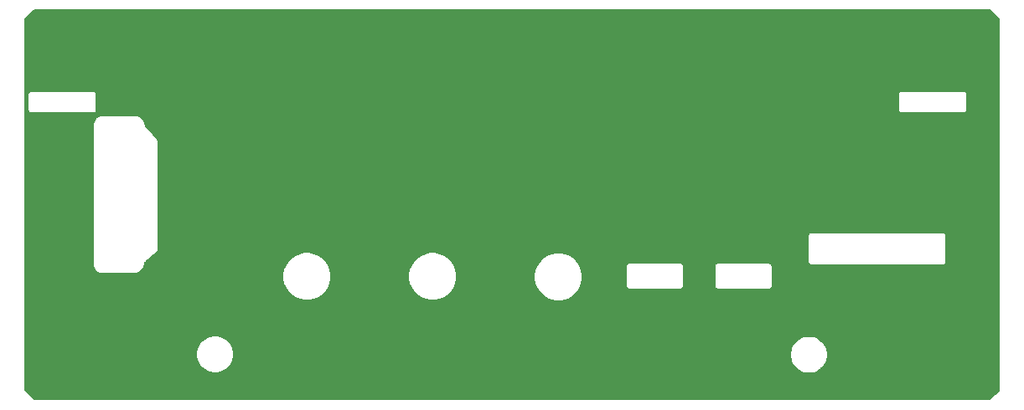
<source format=gbr>
%TF.GenerationSoftware,KiCad,Pcbnew,(5.1.12)-1*%
%TF.CreationDate,2022-02-28T21:35:26+00:00*%
%TF.ProjectId,RGBtoHDMI CDTV v2 - Face Plate - Lite,52474274-6f48-4444-9d49-204344545620,1*%
%TF.SameCoordinates,Original*%
%TF.FileFunction,Copper,L2,Bot*%
%TF.FilePolarity,Positive*%
%FSLAX46Y46*%
G04 Gerber Fmt 4.6, Leading zero omitted, Abs format (unit mm)*
G04 Created by KiCad (PCBNEW (5.1.12)-1) date 2022-02-28 21:35:26*
%MOMM*%
%LPD*%
G01*
G04 APERTURE LIST*
%TA.AperFunction,NonConductor*%
%ADD10C,0.200000*%
%TD*%
%TA.AperFunction,NonConductor*%
%ADD11C,0.100000*%
%TD*%
G04 APERTURE END LIST*
D10*
X168673900Y-61243729D02*
X168673901Y-98782367D01*
X167749971Y-99674800D01*
X71219832Y-99674800D01*
X70327400Y-98750871D01*
X70327400Y-94948566D01*
X87609600Y-94948566D01*
X87609600Y-95322834D01*
X87682616Y-95689909D01*
X87825842Y-96035687D01*
X88033774Y-96346879D01*
X88298421Y-96611526D01*
X88609613Y-96819458D01*
X88955391Y-96962684D01*
X89322466Y-97035700D01*
X89696734Y-97035700D01*
X90063809Y-96962684D01*
X90409587Y-96819458D01*
X90720779Y-96611526D01*
X90985426Y-96346879D01*
X91193358Y-96035687D01*
X91336584Y-95689909D01*
X91409600Y-95322834D01*
X91409600Y-94986666D01*
X147579000Y-94986666D01*
X147579000Y-95360934D01*
X147652016Y-95728009D01*
X147795242Y-96073787D01*
X148003174Y-96384979D01*
X148267821Y-96649626D01*
X148579013Y-96857558D01*
X148924791Y-97000784D01*
X149291866Y-97073800D01*
X149666134Y-97073800D01*
X150033209Y-97000784D01*
X150378987Y-96857558D01*
X150690179Y-96649626D01*
X150954826Y-96384979D01*
X151162758Y-96073787D01*
X151305984Y-95728009D01*
X151379000Y-95360934D01*
X151379000Y-94986666D01*
X151305984Y-94619591D01*
X151162758Y-94273813D01*
X150954826Y-93962621D01*
X150690179Y-93697974D01*
X150378987Y-93490042D01*
X150033209Y-93346816D01*
X149666134Y-93273800D01*
X149291866Y-93273800D01*
X148924791Y-93346816D01*
X148579013Y-93490042D01*
X148267821Y-93697974D01*
X148003174Y-93962621D01*
X147795242Y-94273813D01*
X147652016Y-94619591D01*
X147579000Y-94986666D01*
X91409600Y-94986666D01*
X91409600Y-94948566D01*
X91336584Y-94581491D01*
X91193358Y-94235713D01*
X90985426Y-93924521D01*
X90720779Y-93659874D01*
X90409587Y-93451942D01*
X90063809Y-93308716D01*
X89696734Y-93235700D01*
X89322466Y-93235700D01*
X88955391Y-93308716D01*
X88609613Y-93451942D01*
X88298421Y-93659874D01*
X88033774Y-93924521D01*
X87825842Y-94235713D01*
X87682616Y-94581491D01*
X87609600Y-94948566D01*
X70327400Y-94948566D01*
X70327400Y-87007696D01*
X96324000Y-87007696D01*
X96324000Y-87490304D01*
X96418152Y-87963639D01*
X96602838Y-88409510D01*
X96870960Y-88810784D01*
X97212216Y-89152040D01*
X97613490Y-89420162D01*
X98059361Y-89604848D01*
X98532696Y-89699000D01*
X99015304Y-89699000D01*
X99488639Y-89604848D01*
X99934510Y-89420162D01*
X100335784Y-89152040D01*
X100677040Y-88810784D01*
X100945162Y-88409510D01*
X101129848Y-87963639D01*
X101224000Y-87490304D01*
X101224000Y-87007696D01*
X109024000Y-87007696D01*
X109024000Y-87490304D01*
X109118152Y-87963639D01*
X109302838Y-88409510D01*
X109570960Y-88810784D01*
X109912216Y-89152040D01*
X110313490Y-89420162D01*
X110759361Y-89604848D01*
X111232696Y-89699000D01*
X111715304Y-89699000D01*
X112188639Y-89604848D01*
X112634510Y-89420162D01*
X113035784Y-89152040D01*
X113377040Y-88810784D01*
X113645162Y-88409510D01*
X113829848Y-87963639D01*
X113924000Y-87490304D01*
X113924000Y-87058496D01*
X121724000Y-87058496D01*
X121724000Y-87541104D01*
X121818152Y-88014439D01*
X122002838Y-88460310D01*
X122270960Y-88861584D01*
X122612216Y-89202840D01*
X123013490Y-89470962D01*
X123459361Y-89655648D01*
X123932696Y-89749800D01*
X124415304Y-89749800D01*
X124888639Y-89655648D01*
X125334510Y-89470962D01*
X125735784Y-89202840D01*
X126077040Y-88861584D01*
X126345162Y-88460310D01*
X126529848Y-88014439D01*
X126624000Y-87541104D01*
X126624000Y-87058496D01*
X126529848Y-86585161D01*
X126373457Y-86207600D01*
X131016828Y-86207600D01*
X131018400Y-86223561D01*
X131018401Y-88198229D01*
X131016828Y-88214200D01*
X131023103Y-88277911D01*
X131041687Y-88339174D01*
X131071865Y-88395634D01*
X131112479Y-88445121D01*
X131161966Y-88485735D01*
X131218426Y-88515913D01*
X131279689Y-88534497D01*
X131327439Y-88539200D01*
X131327440Y-88539200D01*
X131343400Y-88540772D01*
X131359361Y-88539200D01*
X136509039Y-88539200D01*
X136525000Y-88540772D01*
X136540960Y-88539200D01*
X136540961Y-88539200D01*
X136588711Y-88534497D01*
X136649974Y-88515913D01*
X136706434Y-88485735D01*
X136755921Y-88445121D01*
X136796535Y-88395634D01*
X136826713Y-88339174D01*
X136845297Y-88277911D01*
X136851572Y-88214200D01*
X136850000Y-88198239D01*
X136850000Y-86223561D01*
X136850321Y-86220300D01*
X139957628Y-86220300D01*
X139959200Y-86236261D01*
X139959201Y-88210929D01*
X139957628Y-88226900D01*
X139963903Y-88290611D01*
X139982487Y-88351874D01*
X140012665Y-88408334D01*
X140053279Y-88457821D01*
X140102766Y-88498435D01*
X140159226Y-88528613D01*
X140220489Y-88547197D01*
X140268239Y-88551900D01*
X140268240Y-88551900D01*
X140284200Y-88553472D01*
X140300161Y-88551900D01*
X145449839Y-88551900D01*
X145465800Y-88553472D01*
X145481760Y-88551900D01*
X145481761Y-88551900D01*
X145529511Y-88547197D01*
X145590774Y-88528613D01*
X145647234Y-88498435D01*
X145696721Y-88457821D01*
X145737335Y-88408334D01*
X145767513Y-88351874D01*
X145786097Y-88290611D01*
X145792372Y-88226900D01*
X145790800Y-88210939D01*
X145790800Y-86236261D01*
X145792372Y-86220300D01*
X145786097Y-86156589D01*
X145767513Y-86095326D01*
X145737335Y-86038866D01*
X145696721Y-85989379D01*
X145647234Y-85948765D01*
X145590774Y-85918587D01*
X145529511Y-85900003D01*
X145481761Y-85895300D01*
X145465800Y-85893728D01*
X145449840Y-85895300D01*
X140300160Y-85895300D01*
X140284200Y-85893728D01*
X140268239Y-85895300D01*
X140220489Y-85900003D01*
X140159226Y-85918587D01*
X140102766Y-85948765D01*
X140053279Y-85989379D01*
X140012665Y-86038866D01*
X139982487Y-86095326D01*
X139963903Y-86156589D01*
X139957628Y-86220300D01*
X136850321Y-86220300D01*
X136851572Y-86207600D01*
X136845297Y-86143889D01*
X136826713Y-86082626D01*
X136796535Y-86026166D01*
X136755921Y-85976679D01*
X136706434Y-85936065D01*
X136649974Y-85905887D01*
X136588711Y-85887303D01*
X136540961Y-85882600D01*
X136525000Y-85881028D01*
X136509040Y-85882600D01*
X131359360Y-85882600D01*
X131343400Y-85881028D01*
X131327439Y-85882600D01*
X131279689Y-85887303D01*
X131218426Y-85905887D01*
X131161966Y-85936065D01*
X131112479Y-85976679D01*
X131071865Y-86026166D01*
X131041687Y-86082626D01*
X131023103Y-86143889D01*
X131016828Y-86207600D01*
X126373457Y-86207600D01*
X126345162Y-86139290D01*
X126077040Y-85738016D01*
X125735784Y-85396760D01*
X125334510Y-85128638D01*
X124888639Y-84943952D01*
X124415304Y-84849800D01*
X123932696Y-84849800D01*
X123459361Y-84943952D01*
X123013490Y-85128638D01*
X122612216Y-85396760D01*
X122270960Y-85738016D01*
X122002838Y-86139290D01*
X121818152Y-86585161D01*
X121724000Y-87058496D01*
X113924000Y-87058496D01*
X113924000Y-87007696D01*
X113829848Y-86534361D01*
X113645162Y-86088490D01*
X113377040Y-85687216D01*
X113035784Y-85345960D01*
X112634510Y-85077838D01*
X112188639Y-84893152D01*
X111715304Y-84799000D01*
X111232696Y-84799000D01*
X110759361Y-84893152D01*
X110313490Y-85077838D01*
X109912216Y-85345960D01*
X109570960Y-85687216D01*
X109302838Y-86088490D01*
X109118152Y-86534361D01*
X109024000Y-87007696D01*
X101224000Y-87007696D01*
X101129848Y-86534361D01*
X100945162Y-86088490D01*
X100677040Y-85687216D01*
X100335784Y-85345960D01*
X99934510Y-85077838D01*
X99488639Y-84893152D01*
X99015304Y-84799000D01*
X98532696Y-84799000D01*
X98059361Y-84893152D01*
X97613490Y-85077838D01*
X97212216Y-85345960D01*
X96870960Y-85687216D01*
X96602838Y-86088490D01*
X96418152Y-86534361D01*
X96324000Y-87007696D01*
X70327400Y-87007696D01*
X70327400Y-86045760D01*
X77145000Y-86045760D01*
X77146380Y-86059774D01*
X77146353Y-86063690D01*
X77146796Y-86068207D01*
X77159751Y-86191458D01*
X77165671Y-86220296D01*
X77171193Y-86249244D01*
X77172504Y-86253589D01*
X77209151Y-86371976D01*
X77220575Y-86399152D01*
X77231601Y-86426442D01*
X77233731Y-86430449D01*
X77292675Y-86539464D01*
X77309152Y-86563892D01*
X77325276Y-86588532D01*
X77328144Y-86592049D01*
X77407140Y-86687539D01*
X77428031Y-86708285D01*
X77448650Y-86729340D01*
X77452147Y-86732233D01*
X77548185Y-86810561D01*
X77572719Y-86826861D01*
X77597025Y-86843504D01*
X77601017Y-86845663D01*
X77710441Y-86903845D01*
X77737681Y-86915072D01*
X77764749Y-86926673D01*
X77769084Y-86928016D01*
X77887725Y-86963836D01*
X77916646Y-86969562D01*
X77945435Y-86975681D01*
X77949948Y-86976156D01*
X78073286Y-86988249D01*
X78073292Y-86988249D01*
X78089039Y-86989800D01*
X81295961Y-86989800D01*
X81300251Y-86989377D01*
X81327838Y-86988646D01*
X81345626Y-86986424D01*
X81363534Y-86985725D01*
X81368026Y-86985075D01*
X81510914Y-86963373D01*
X81539448Y-86956133D01*
X81568115Y-86949285D01*
X81572394Y-86947775D01*
X81708345Y-86898733D01*
X81734937Y-86886085D01*
X81761722Y-86873802D01*
X81765627Y-86871489D01*
X81889463Y-86796974D01*
X81913098Y-86779397D01*
X81936979Y-86762151D01*
X81940361Y-86759124D01*
X82047365Y-86661975D01*
X82067124Y-86640156D01*
X82087212Y-86618586D01*
X82089941Y-86614960D01*
X82173329Y-86502530D01*
X82190250Y-86481014D01*
X82211983Y-86438237D01*
X82380563Y-86006030D01*
X82383924Y-85994058D01*
X82410420Y-85906903D01*
X82439940Y-85851639D01*
X82484233Y-85797543D01*
X82517093Y-85767925D01*
X83650621Y-84752560D01*
X83669921Y-84736721D01*
X83684565Y-84718878D01*
X83700163Y-84701869D01*
X83704829Y-84694187D01*
X83710535Y-84687234D01*
X83721419Y-84666871D01*
X83733396Y-84647151D01*
X83736474Y-84638704D01*
X83740713Y-84630774D01*
X83747411Y-84608692D01*
X83755316Y-84587002D01*
X83756687Y-84578114D01*
X83759297Y-84569511D01*
X83761561Y-84546529D01*
X83765078Y-84523731D01*
X83764000Y-84498804D01*
X83764000Y-83108800D01*
X149406428Y-83108800D01*
X149408000Y-83124761D01*
X149408001Y-85759829D01*
X149406428Y-85775800D01*
X149412703Y-85839511D01*
X149431287Y-85900774D01*
X149461465Y-85957234D01*
X149502079Y-86006721D01*
X149551566Y-86047335D01*
X149608026Y-86077513D01*
X149669289Y-86096097D01*
X149717039Y-86100800D01*
X149717040Y-86100800D01*
X149733000Y-86102372D01*
X149748961Y-86100800D01*
X163052040Y-86100800D01*
X163068000Y-86102372D01*
X163113111Y-86097929D01*
X163131711Y-86096097D01*
X163192974Y-86077513D01*
X163249434Y-86047335D01*
X163298921Y-86006721D01*
X163339535Y-85957234D01*
X163369713Y-85900774D01*
X163388297Y-85839511D01*
X163394572Y-85775800D01*
X163393000Y-85759839D01*
X163393000Y-83124761D01*
X163394572Y-83108800D01*
X163388297Y-83045089D01*
X163369713Y-82983826D01*
X163339535Y-82927366D01*
X163298921Y-82877879D01*
X163249434Y-82837265D01*
X163192974Y-82807087D01*
X163131711Y-82788503D01*
X163083961Y-82783800D01*
X163083960Y-82783800D01*
X163068000Y-82782228D01*
X163052039Y-82783800D01*
X149748960Y-82783800D01*
X149733000Y-82782228D01*
X149717039Y-82783800D01*
X149669289Y-82788503D01*
X149608026Y-82807087D01*
X149551566Y-82837265D01*
X149502079Y-82877879D01*
X149461465Y-82927366D01*
X149431287Y-82983826D01*
X149412703Y-83045089D01*
X149406428Y-83108800D01*
X83764000Y-83108800D01*
X83764000Y-73609963D01*
X83764933Y-73604207D01*
X83764000Y-73578038D01*
X83764000Y-73567839D01*
X83763430Y-73562053D01*
X83762652Y-73540228D01*
X83760300Y-73530272D01*
X83759297Y-73520089D01*
X83752956Y-73499185D01*
X83747933Y-73477924D01*
X83743683Y-73468617D01*
X83740713Y-73458826D01*
X83730412Y-73439553D01*
X83721341Y-73419689D01*
X83715361Y-73411395D01*
X83710535Y-73402366D01*
X83696676Y-73385479D01*
X83693280Y-73380769D01*
X83686538Y-73373127D01*
X83669921Y-73352879D01*
X83665413Y-73349179D01*
X82659844Y-72209280D01*
X82651539Y-72201547D01*
X82587445Y-72138400D01*
X82552205Y-72086598D01*
X82524857Y-72022252D01*
X82520823Y-72006508D01*
X82520533Y-72002765D01*
X82507563Y-71956570D01*
X82338983Y-71524363D01*
X82317250Y-71481586D01*
X82307474Y-71469156D01*
X82295087Y-71449697D01*
X82284026Y-71435580D01*
X82274212Y-71420584D01*
X82271344Y-71417067D01*
X82179219Y-71305708D01*
X82158327Y-71284962D01*
X82137710Y-71263909D01*
X82134214Y-71261016D01*
X82022215Y-71169671D01*
X81997678Y-71153369D01*
X81973373Y-71136727D01*
X81969381Y-71134569D01*
X81841771Y-71066718D01*
X81814553Y-71055499D01*
X81787466Y-71043890D01*
X81783131Y-71042548D01*
X81644773Y-71000775D01*
X81615891Y-70995056D01*
X81587064Y-70988929D01*
X81582551Y-70988454D01*
X81438714Y-70974351D01*
X81438708Y-70974351D01*
X81422961Y-70972800D01*
X78089039Y-70972800D01*
X78075025Y-70974180D01*
X78071110Y-70974153D01*
X78066593Y-70974596D01*
X77943342Y-70987551D01*
X77914510Y-70993470D01*
X77885556Y-70998993D01*
X77881211Y-71000304D01*
X77762823Y-71036951D01*
X77735634Y-71048380D01*
X77708358Y-71059401D01*
X77704350Y-71061531D01*
X77595336Y-71120475D01*
X77570926Y-71136940D01*
X77546267Y-71153076D01*
X77542750Y-71155944D01*
X77447261Y-71234940D01*
X77426515Y-71255831D01*
X77405459Y-71276451D01*
X77402566Y-71279947D01*
X77324239Y-71375986D01*
X77307939Y-71400520D01*
X77291296Y-71424826D01*
X77289137Y-71428818D01*
X77230955Y-71538241D01*
X77219736Y-71565463D01*
X77208126Y-71592550D01*
X77206784Y-71596885D01*
X77170964Y-71715525D01*
X77165237Y-71744453D01*
X77159119Y-71773235D01*
X77158644Y-71777748D01*
X77146551Y-71901087D01*
X77146551Y-71901102D01*
X77145001Y-71916839D01*
X77145000Y-86045760D01*
X70327400Y-86045760D01*
X70327400Y-68808600D01*
X70590228Y-68808600D01*
X70591800Y-68824561D01*
X70591801Y-70392829D01*
X70590228Y-70408800D01*
X70596503Y-70472511D01*
X70615087Y-70533774D01*
X70645265Y-70590234D01*
X70685879Y-70639721D01*
X70735366Y-70680335D01*
X70791826Y-70710513D01*
X70853089Y-70729097D01*
X70900839Y-70733800D01*
X70900840Y-70733800D01*
X70916800Y-70735372D01*
X70932761Y-70733800D01*
X77200039Y-70733800D01*
X77216000Y-70735372D01*
X77231960Y-70733800D01*
X77231961Y-70733800D01*
X77279711Y-70729097D01*
X77340974Y-70710513D01*
X77397434Y-70680335D01*
X77446921Y-70639721D01*
X77487535Y-70590234D01*
X77517713Y-70533774D01*
X77536297Y-70472511D01*
X77542572Y-70408800D01*
X77541000Y-70392839D01*
X77541000Y-68824561D01*
X77542572Y-68808600D01*
X77541322Y-68795900D01*
X158525028Y-68795900D01*
X158526600Y-68811861D01*
X158526601Y-70380129D01*
X158525028Y-70396100D01*
X158531303Y-70459811D01*
X158549887Y-70521074D01*
X158580065Y-70577534D01*
X158620679Y-70627021D01*
X158670166Y-70667635D01*
X158726626Y-70697813D01*
X158787889Y-70716397D01*
X158835639Y-70721100D01*
X158835640Y-70721100D01*
X158851600Y-70722672D01*
X158867561Y-70721100D01*
X165134839Y-70721100D01*
X165150800Y-70722672D01*
X165166760Y-70721100D01*
X165166761Y-70721100D01*
X165214511Y-70716397D01*
X165275774Y-70697813D01*
X165332234Y-70667635D01*
X165381721Y-70627021D01*
X165422335Y-70577534D01*
X165452513Y-70521074D01*
X165471097Y-70459811D01*
X165477372Y-70396100D01*
X165475800Y-70380139D01*
X165475800Y-68811861D01*
X165477372Y-68795900D01*
X165471097Y-68732189D01*
X165452513Y-68670926D01*
X165422335Y-68614466D01*
X165381721Y-68564979D01*
X165332234Y-68524365D01*
X165275774Y-68494187D01*
X165214511Y-68475603D01*
X165166761Y-68470900D01*
X165150800Y-68469328D01*
X165134840Y-68470900D01*
X158867560Y-68470900D01*
X158851600Y-68469328D01*
X158835639Y-68470900D01*
X158787889Y-68475603D01*
X158726626Y-68494187D01*
X158670166Y-68524365D01*
X158620679Y-68564979D01*
X158580065Y-68614466D01*
X158549887Y-68670926D01*
X158531303Y-68732189D01*
X158525028Y-68795900D01*
X77541322Y-68795900D01*
X77536297Y-68744889D01*
X77517713Y-68683626D01*
X77487535Y-68627166D01*
X77446921Y-68577679D01*
X77397434Y-68537065D01*
X77340974Y-68506887D01*
X77279711Y-68488303D01*
X77231961Y-68483600D01*
X77216000Y-68482028D01*
X77200040Y-68483600D01*
X70932760Y-68483600D01*
X70916800Y-68482028D01*
X70900839Y-68483600D01*
X70853089Y-68488303D01*
X70791826Y-68506887D01*
X70735366Y-68537065D01*
X70685879Y-68577679D01*
X70645265Y-68627166D01*
X70615087Y-68683626D01*
X70596503Y-68744889D01*
X70590228Y-68808600D01*
X70327400Y-68808600D01*
X70327400Y-61224932D01*
X71251347Y-60332483D01*
X167781485Y-60319817D01*
X168673900Y-61243729D01*
%TA.AperFunction,NonConductor*%
D11*
G36*
X168673900Y-61243729D02*
G01*
X168673901Y-98782367D01*
X167749971Y-99674800D01*
X71219832Y-99674800D01*
X70327400Y-98750871D01*
X70327400Y-94948566D01*
X87609600Y-94948566D01*
X87609600Y-95322834D01*
X87682616Y-95689909D01*
X87825842Y-96035687D01*
X88033774Y-96346879D01*
X88298421Y-96611526D01*
X88609613Y-96819458D01*
X88955391Y-96962684D01*
X89322466Y-97035700D01*
X89696734Y-97035700D01*
X90063809Y-96962684D01*
X90409587Y-96819458D01*
X90720779Y-96611526D01*
X90985426Y-96346879D01*
X91193358Y-96035687D01*
X91336584Y-95689909D01*
X91409600Y-95322834D01*
X91409600Y-94986666D01*
X147579000Y-94986666D01*
X147579000Y-95360934D01*
X147652016Y-95728009D01*
X147795242Y-96073787D01*
X148003174Y-96384979D01*
X148267821Y-96649626D01*
X148579013Y-96857558D01*
X148924791Y-97000784D01*
X149291866Y-97073800D01*
X149666134Y-97073800D01*
X150033209Y-97000784D01*
X150378987Y-96857558D01*
X150690179Y-96649626D01*
X150954826Y-96384979D01*
X151162758Y-96073787D01*
X151305984Y-95728009D01*
X151379000Y-95360934D01*
X151379000Y-94986666D01*
X151305984Y-94619591D01*
X151162758Y-94273813D01*
X150954826Y-93962621D01*
X150690179Y-93697974D01*
X150378987Y-93490042D01*
X150033209Y-93346816D01*
X149666134Y-93273800D01*
X149291866Y-93273800D01*
X148924791Y-93346816D01*
X148579013Y-93490042D01*
X148267821Y-93697974D01*
X148003174Y-93962621D01*
X147795242Y-94273813D01*
X147652016Y-94619591D01*
X147579000Y-94986666D01*
X91409600Y-94986666D01*
X91409600Y-94948566D01*
X91336584Y-94581491D01*
X91193358Y-94235713D01*
X90985426Y-93924521D01*
X90720779Y-93659874D01*
X90409587Y-93451942D01*
X90063809Y-93308716D01*
X89696734Y-93235700D01*
X89322466Y-93235700D01*
X88955391Y-93308716D01*
X88609613Y-93451942D01*
X88298421Y-93659874D01*
X88033774Y-93924521D01*
X87825842Y-94235713D01*
X87682616Y-94581491D01*
X87609600Y-94948566D01*
X70327400Y-94948566D01*
X70327400Y-87007696D01*
X96324000Y-87007696D01*
X96324000Y-87490304D01*
X96418152Y-87963639D01*
X96602838Y-88409510D01*
X96870960Y-88810784D01*
X97212216Y-89152040D01*
X97613490Y-89420162D01*
X98059361Y-89604848D01*
X98532696Y-89699000D01*
X99015304Y-89699000D01*
X99488639Y-89604848D01*
X99934510Y-89420162D01*
X100335784Y-89152040D01*
X100677040Y-88810784D01*
X100945162Y-88409510D01*
X101129848Y-87963639D01*
X101224000Y-87490304D01*
X101224000Y-87007696D01*
X109024000Y-87007696D01*
X109024000Y-87490304D01*
X109118152Y-87963639D01*
X109302838Y-88409510D01*
X109570960Y-88810784D01*
X109912216Y-89152040D01*
X110313490Y-89420162D01*
X110759361Y-89604848D01*
X111232696Y-89699000D01*
X111715304Y-89699000D01*
X112188639Y-89604848D01*
X112634510Y-89420162D01*
X113035784Y-89152040D01*
X113377040Y-88810784D01*
X113645162Y-88409510D01*
X113829848Y-87963639D01*
X113924000Y-87490304D01*
X113924000Y-87058496D01*
X121724000Y-87058496D01*
X121724000Y-87541104D01*
X121818152Y-88014439D01*
X122002838Y-88460310D01*
X122270960Y-88861584D01*
X122612216Y-89202840D01*
X123013490Y-89470962D01*
X123459361Y-89655648D01*
X123932696Y-89749800D01*
X124415304Y-89749800D01*
X124888639Y-89655648D01*
X125334510Y-89470962D01*
X125735784Y-89202840D01*
X126077040Y-88861584D01*
X126345162Y-88460310D01*
X126529848Y-88014439D01*
X126624000Y-87541104D01*
X126624000Y-87058496D01*
X126529848Y-86585161D01*
X126373457Y-86207600D01*
X131016828Y-86207600D01*
X131018400Y-86223561D01*
X131018401Y-88198229D01*
X131016828Y-88214200D01*
X131023103Y-88277911D01*
X131041687Y-88339174D01*
X131071865Y-88395634D01*
X131112479Y-88445121D01*
X131161966Y-88485735D01*
X131218426Y-88515913D01*
X131279689Y-88534497D01*
X131327439Y-88539200D01*
X131327440Y-88539200D01*
X131343400Y-88540772D01*
X131359361Y-88539200D01*
X136509039Y-88539200D01*
X136525000Y-88540772D01*
X136540960Y-88539200D01*
X136540961Y-88539200D01*
X136588711Y-88534497D01*
X136649974Y-88515913D01*
X136706434Y-88485735D01*
X136755921Y-88445121D01*
X136796535Y-88395634D01*
X136826713Y-88339174D01*
X136845297Y-88277911D01*
X136851572Y-88214200D01*
X136850000Y-88198239D01*
X136850000Y-86223561D01*
X136850321Y-86220300D01*
X139957628Y-86220300D01*
X139959200Y-86236261D01*
X139959201Y-88210929D01*
X139957628Y-88226900D01*
X139963903Y-88290611D01*
X139982487Y-88351874D01*
X140012665Y-88408334D01*
X140053279Y-88457821D01*
X140102766Y-88498435D01*
X140159226Y-88528613D01*
X140220489Y-88547197D01*
X140268239Y-88551900D01*
X140268240Y-88551900D01*
X140284200Y-88553472D01*
X140300161Y-88551900D01*
X145449839Y-88551900D01*
X145465800Y-88553472D01*
X145481760Y-88551900D01*
X145481761Y-88551900D01*
X145529511Y-88547197D01*
X145590774Y-88528613D01*
X145647234Y-88498435D01*
X145696721Y-88457821D01*
X145737335Y-88408334D01*
X145767513Y-88351874D01*
X145786097Y-88290611D01*
X145792372Y-88226900D01*
X145790800Y-88210939D01*
X145790800Y-86236261D01*
X145792372Y-86220300D01*
X145786097Y-86156589D01*
X145767513Y-86095326D01*
X145737335Y-86038866D01*
X145696721Y-85989379D01*
X145647234Y-85948765D01*
X145590774Y-85918587D01*
X145529511Y-85900003D01*
X145481761Y-85895300D01*
X145465800Y-85893728D01*
X145449840Y-85895300D01*
X140300160Y-85895300D01*
X140284200Y-85893728D01*
X140268239Y-85895300D01*
X140220489Y-85900003D01*
X140159226Y-85918587D01*
X140102766Y-85948765D01*
X140053279Y-85989379D01*
X140012665Y-86038866D01*
X139982487Y-86095326D01*
X139963903Y-86156589D01*
X139957628Y-86220300D01*
X136850321Y-86220300D01*
X136851572Y-86207600D01*
X136845297Y-86143889D01*
X136826713Y-86082626D01*
X136796535Y-86026166D01*
X136755921Y-85976679D01*
X136706434Y-85936065D01*
X136649974Y-85905887D01*
X136588711Y-85887303D01*
X136540961Y-85882600D01*
X136525000Y-85881028D01*
X136509040Y-85882600D01*
X131359360Y-85882600D01*
X131343400Y-85881028D01*
X131327439Y-85882600D01*
X131279689Y-85887303D01*
X131218426Y-85905887D01*
X131161966Y-85936065D01*
X131112479Y-85976679D01*
X131071865Y-86026166D01*
X131041687Y-86082626D01*
X131023103Y-86143889D01*
X131016828Y-86207600D01*
X126373457Y-86207600D01*
X126345162Y-86139290D01*
X126077040Y-85738016D01*
X125735784Y-85396760D01*
X125334510Y-85128638D01*
X124888639Y-84943952D01*
X124415304Y-84849800D01*
X123932696Y-84849800D01*
X123459361Y-84943952D01*
X123013490Y-85128638D01*
X122612216Y-85396760D01*
X122270960Y-85738016D01*
X122002838Y-86139290D01*
X121818152Y-86585161D01*
X121724000Y-87058496D01*
X113924000Y-87058496D01*
X113924000Y-87007696D01*
X113829848Y-86534361D01*
X113645162Y-86088490D01*
X113377040Y-85687216D01*
X113035784Y-85345960D01*
X112634510Y-85077838D01*
X112188639Y-84893152D01*
X111715304Y-84799000D01*
X111232696Y-84799000D01*
X110759361Y-84893152D01*
X110313490Y-85077838D01*
X109912216Y-85345960D01*
X109570960Y-85687216D01*
X109302838Y-86088490D01*
X109118152Y-86534361D01*
X109024000Y-87007696D01*
X101224000Y-87007696D01*
X101129848Y-86534361D01*
X100945162Y-86088490D01*
X100677040Y-85687216D01*
X100335784Y-85345960D01*
X99934510Y-85077838D01*
X99488639Y-84893152D01*
X99015304Y-84799000D01*
X98532696Y-84799000D01*
X98059361Y-84893152D01*
X97613490Y-85077838D01*
X97212216Y-85345960D01*
X96870960Y-85687216D01*
X96602838Y-86088490D01*
X96418152Y-86534361D01*
X96324000Y-87007696D01*
X70327400Y-87007696D01*
X70327400Y-86045760D01*
X77145000Y-86045760D01*
X77146380Y-86059774D01*
X77146353Y-86063690D01*
X77146796Y-86068207D01*
X77159751Y-86191458D01*
X77165671Y-86220296D01*
X77171193Y-86249244D01*
X77172504Y-86253589D01*
X77209151Y-86371976D01*
X77220575Y-86399152D01*
X77231601Y-86426442D01*
X77233731Y-86430449D01*
X77292675Y-86539464D01*
X77309152Y-86563892D01*
X77325276Y-86588532D01*
X77328144Y-86592049D01*
X77407140Y-86687539D01*
X77428031Y-86708285D01*
X77448650Y-86729340D01*
X77452147Y-86732233D01*
X77548185Y-86810561D01*
X77572719Y-86826861D01*
X77597025Y-86843504D01*
X77601017Y-86845663D01*
X77710441Y-86903845D01*
X77737681Y-86915072D01*
X77764749Y-86926673D01*
X77769084Y-86928016D01*
X77887725Y-86963836D01*
X77916646Y-86969562D01*
X77945435Y-86975681D01*
X77949948Y-86976156D01*
X78073286Y-86988249D01*
X78073292Y-86988249D01*
X78089039Y-86989800D01*
X81295961Y-86989800D01*
X81300251Y-86989377D01*
X81327838Y-86988646D01*
X81345626Y-86986424D01*
X81363534Y-86985725D01*
X81368026Y-86985075D01*
X81510914Y-86963373D01*
X81539448Y-86956133D01*
X81568115Y-86949285D01*
X81572394Y-86947775D01*
X81708345Y-86898733D01*
X81734937Y-86886085D01*
X81761722Y-86873802D01*
X81765627Y-86871489D01*
X81889463Y-86796974D01*
X81913098Y-86779397D01*
X81936979Y-86762151D01*
X81940361Y-86759124D01*
X82047365Y-86661975D01*
X82067124Y-86640156D01*
X82087212Y-86618586D01*
X82089941Y-86614960D01*
X82173329Y-86502530D01*
X82190250Y-86481014D01*
X82211983Y-86438237D01*
X82380563Y-86006030D01*
X82383924Y-85994058D01*
X82410420Y-85906903D01*
X82439940Y-85851639D01*
X82484233Y-85797543D01*
X82517093Y-85767925D01*
X83650621Y-84752560D01*
X83669921Y-84736721D01*
X83684565Y-84718878D01*
X83700163Y-84701869D01*
X83704829Y-84694187D01*
X83710535Y-84687234D01*
X83721419Y-84666871D01*
X83733396Y-84647151D01*
X83736474Y-84638704D01*
X83740713Y-84630774D01*
X83747411Y-84608692D01*
X83755316Y-84587002D01*
X83756687Y-84578114D01*
X83759297Y-84569511D01*
X83761561Y-84546529D01*
X83765078Y-84523731D01*
X83764000Y-84498804D01*
X83764000Y-83108800D01*
X149406428Y-83108800D01*
X149408000Y-83124761D01*
X149408001Y-85759829D01*
X149406428Y-85775800D01*
X149412703Y-85839511D01*
X149431287Y-85900774D01*
X149461465Y-85957234D01*
X149502079Y-86006721D01*
X149551566Y-86047335D01*
X149608026Y-86077513D01*
X149669289Y-86096097D01*
X149717039Y-86100800D01*
X149717040Y-86100800D01*
X149733000Y-86102372D01*
X149748961Y-86100800D01*
X163052040Y-86100800D01*
X163068000Y-86102372D01*
X163113111Y-86097929D01*
X163131711Y-86096097D01*
X163192974Y-86077513D01*
X163249434Y-86047335D01*
X163298921Y-86006721D01*
X163339535Y-85957234D01*
X163369713Y-85900774D01*
X163388297Y-85839511D01*
X163394572Y-85775800D01*
X163393000Y-85759839D01*
X163393000Y-83124761D01*
X163394572Y-83108800D01*
X163388297Y-83045089D01*
X163369713Y-82983826D01*
X163339535Y-82927366D01*
X163298921Y-82877879D01*
X163249434Y-82837265D01*
X163192974Y-82807087D01*
X163131711Y-82788503D01*
X163083961Y-82783800D01*
X163083960Y-82783800D01*
X163068000Y-82782228D01*
X163052039Y-82783800D01*
X149748960Y-82783800D01*
X149733000Y-82782228D01*
X149717039Y-82783800D01*
X149669289Y-82788503D01*
X149608026Y-82807087D01*
X149551566Y-82837265D01*
X149502079Y-82877879D01*
X149461465Y-82927366D01*
X149431287Y-82983826D01*
X149412703Y-83045089D01*
X149406428Y-83108800D01*
X83764000Y-83108800D01*
X83764000Y-73609963D01*
X83764933Y-73604207D01*
X83764000Y-73578038D01*
X83764000Y-73567839D01*
X83763430Y-73562053D01*
X83762652Y-73540228D01*
X83760300Y-73530272D01*
X83759297Y-73520089D01*
X83752956Y-73499185D01*
X83747933Y-73477924D01*
X83743683Y-73468617D01*
X83740713Y-73458826D01*
X83730412Y-73439553D01*
X83721341Y-73419689D01*
X83715361Y-73411395D01*
X83710535Y-73402366D01*
X83696676Y-73385479D01*
X83693280Y-73380769D01*
X83686538Y-73373127D01*
X83669921Y-73352879D01*
X83665413Y-73349179D01*
X82659844Y-72209280D01*
X82651539Y-72201547D01*
X82587445Y-72138400D01*
X82552205Y-72086598D01*
X82524857Y-72022252D01*
X82520823Y-72006508D01*
X82520533Y-72002765D01*
X82507563Y-71956570D01*
X82338983Y-71524363D01*
X82317250Y-71481586D01*
X82307474Y-71469156D01*
X82295087Y-71449697D01*
X82284026Y-71435580D01*
X82274212Y-71420584D01*
X82271344Y-71417067D01*
X82179219Y-71305708D01*
X82158327Y-71284962D01*
X82137710Y-71263909D01*
X82134214Y-71261016D01*
X82022215Y-71169671D01*
X81997678Y-71153369D01*
X81973373Y-71136727D01*
X81969381Y-71134569D01*
X81841771Y-71066718D01*
X81814553Y-71055499D01*
X81787466Y-71043890D01*
X81783131Y-71042548D01*
X81644773Y-71000775D01*
X81615891Y-70995056D01*
X81587064Y-70988929D01*
X81582551Y-70988454D01*
X81438714Y-70974351D01*
X81438708Y-70974351D01*
X81422961Y-70972800D01*
X78089039Y-70972800D01*
X78075025Y-70974180D01*
X78071110Y-70974153D01*
X78066593Y-70974596D01*
X77943342Y-70987551D01*
X77914510Y-70993470D01*
X77885556Y-70998993D01*
X77881211Y-71000304D01*
X77762823Y-71036951D01*
X77735634Y-71048380D01*
X77708358Y-71059401D01*
X77704350Y-71061531D01*
X77595336Y-71120475D01*
X77570926Y-71136940D01*
X77546267Y-71153076D01*
X77542750Y-71155944D01*
X77447261Y-71234940D01*
X77426515Y-71255831D01*
X77405459Y-71276451D01*
X77402566Y-71279947D01*
X77324239Y-71375986D01*
X77307939Y-71400520D01*
X77291296Y-71424826D01*
X77289137Y-71428818D01*
X77230955Y-71538241D01*
X77219736Y-71565463D01*
X77208126Y-71592550D01*
X77206784Y-71596885D01*
X77170964Y-71715525D01*
X77165237Y-71744453D01*
X77159119Y-71773235D01*
X77158644Y-71777748D01*
X77146551Y-71901087D01*
X77146551Y-71901102D01*
X77145001Y-71916839D01*
X77145000Y-86045760D01*
X70327400Y-86045760D01*
X70327400Y-68808600D01*
X70590228Y-68808600D01*
X70591800Y-68824561D01*
X70591801Y-70392829D01*
X70590228Y-70408800D01*
X70596503Y-70472511D01*
X70615087Y-70533774D01*
X70645265Y-70590234D01*
X70685879Y-70639721D01*
X70735366Y-70680335D01*
X70791826Y-70710513D01*
X70853089Y-70729097D01*
X70900839Y-70733800D01*
X70900840Y-70733800D01*
X70916800Y-70735372D01*
X70932761Y-70733800D01*
X77200039Y-70733800D01*
X77216000Y-70735372D01*
X77231960Y-70733800D01*
X77231961Y-70733800D01*
X77279711Y-70729097D01*
X77340974Y-70710513D01*
X77397434Y-70680335D01*
X77446921Y-70639721D01*
X77487535Y-70590234D01*
X77517713Y-70533774D01*
X77536297Y-70472511D01*
X77542572Y-70408800D01*
X77541000Y-70392839D01*
X77541000Y-68824561D01*
X77542572Y-68808600D01*
X77541322Y-68795900D01*
X158525028Y-68795900D01*
X158526600Y-68811861D01*
X158526601Y-70380129D01*
X158525028Y-70396100D01*
X158531303Y-70459811D01*
X158549887Y-70521074D01*
X158580065Y-70577534D01*
X158620679Y-70627021D01*
X158670166Y-70667635D01*
X158726626Y-70697813D01*
X158787889Y-70716397D01*
X158835639Y-70721100D01*
X158835640Y-70721100D01*
X158851600Y-70722672D01*
X158867561Y-70721100D01*
X165134839Y-70721100D01*
X165150800Y-70722672D01*
X165166760Y-70721100D01*
X165166761Y-70721100D01*
X165214511Y-70716397D01*
X165275774Y-70697813D01*
X165332234Y-70667635D01*
X165381721Y-70627021D01*
X165422335Y-70577534D01*
X165452513Y-70521074D01*
X165471097Y-70459811D01*
X165477372Y-70396100D01*
X165475800Y-70380139D01*
X165475800Y-68811861D01*
X165477372Y-68795900D01*
X165471097Y-68732189D01*
X165452513Y-68670926D01*
X165422335Y-68614466D01*
X165381721Y-68564979D01*
X165332234Y-68524365D01*
X165275774Y-68494187D01*
X165214511Y-68475603D01*
X165166761Y-68470900D01*
X165150800Y-68469328D01*
X165134840Y-68470900D01*
X158867560Y-68470900D01*
X158851600Y-68469328D01*
X158835639Y-68470900D01*
X158787889Y-68475603D01*
X158726626Y-68494187D01*
X158670166Y-68524365D01*
X158620679Y-68564979D01*
X158580065Y-68614466D01*
X158549887Y-68670926D01*
X158531303Y-68732189D01*
X158525028Y-68795900D01*
X77541322Y-68795900D01*
X77536297Y-68744889D01*
X77517713Y-68683626D01*
X77487535Y-68627166D01*
X77446921Y-68577679D01*
X77397434Y-68537065D01*
X77340974Y-68506887D01*
X77279711Y-68488303D01*
X77231961Y-68483600D01*
X77216000Y-68482028D01*
X77200040Y-68483600D01*
X70932760Y-68483600D01*
X70916800Y-68482028D01*
X70900839Y-68483600D01*
X70853089Y-68488303D01*
X70791826Y-68506887D01*
X70735366Y-68537065D01*
X70685879Y-68577679D01*
X70645265Y-68627166D01*
X70615087Y-68683626D01*
X70596503Y-68744889D01*
X70590228Y-68808600D01*
X70327400Y-68808600D01*
X70327400Y-61224932D01*
X71251347Y-60332483D01*
X167781485Y-60319817D01*
X168673900Y-61243729D01*
G37*
%TD.AperFunction*%
M02*

</source>
